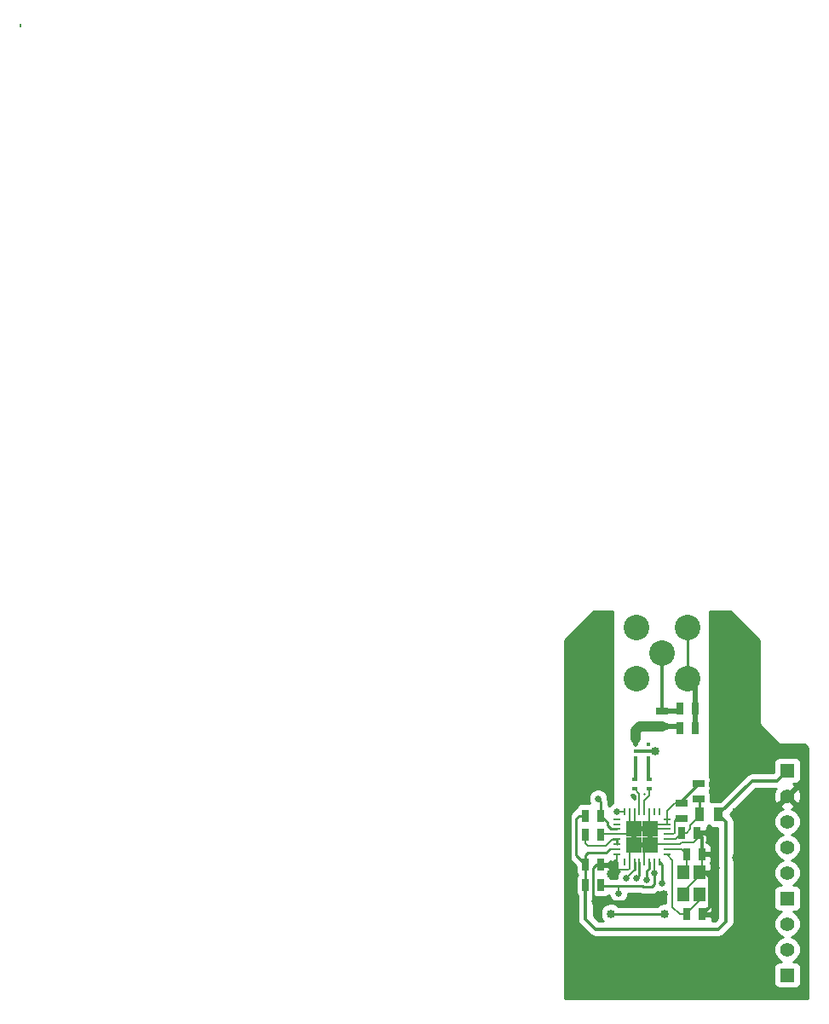
<source format=gtl>
G04 (created by PCBNEW (2013-07-24 BZR 4024)-stable) date Mon 03 Mar 2014 03:49:26 PM NZDT*
%MOIN*%
G04 Gerber Fmt 3.4, Leading zero omitted, Abs format*
%FSLAX34Y34*%
G01*
G70*
G90*
G04 APERTURE LIST*
%ADD10C,0.00590551*%
%ADD11R,0.0236X0.0157*%
%ADD12R,0.00590551X0.00590551*%
%ADD13R,0.035X0.055*%
%ADD14R,0.025X0.045*%
%ADD15R,0.045X0.025*%
%ADD16C,0.1*%
%ADD17R,0.015748X0.011811*%
%ADD18R,0.03X0.01*%
%ADD19R,0.01X0.03*%
%ADD20R,0.0629921X0.0629921*%
%ADD21R,0.0472441X0.0551181*%
%ADD22R,0.055X0.055*%
%ADD23C,0.055*%
%ADD24C,0.0334646*%
%ADD25C,0.0255906*%
%ADD26C,0.019685*%
%ADD27C,0.0137795*%
%ADD28C,0.00787402*%
%ADD29C,0.0393701*%
%ADD30C,0.00984252*%
%ADD31C,0.01*%
G04 APERTURE END LIST*
G54D10*
G54D11*
X24606Y-29802D03*
X24606Y-29448D03*
G54D12*
X0Y0D03*
X0Y59D03*
G54D13*
X27304Y-30826D03*
X26554Y-30826D03*
G54D14*
X22101Y-31614D03*
X22701Y-31614D03*
X25881Y-31535D03*
X26481Y-31535D03*
G54D15*
X25866Y-30969D03*
X25866Y-30369D03*
G54D14*
X26077Y-34724D03*
X26677Y-34724D03*
X26060Y-32380D03*
X26660Y-32380D03*
X25782Y-27460D03*
X26382Y-27460D03*
X22101Y-32795D03*
X22701Y-32795D03*
G54D15*
X25098Y-27366D03*
X25098Y-26766D03*
G54D14*
X22101Y-30866D03*
X22701Y-30866D03*
X22101Y-33582D03*
X22701Y-33582D03*
G54D11*
X24015Y-29802D03*
X24015Y-29448D03*
G54D14*
X25782Y-26673D03*
X26382Y-26673D03*
G54D16*
X25100Y-24500D03*
X26100Y-23500D03*
X24100Y-23500D03*
X24100Y-25500D03*
X26100Y-25500D03*
G54D17*
X24557Y-28602D03*
X24557Y-28346D03*
X24557Y-28090D03*
X24064Y-28602D03*
X24064Y-28346D03*
X24064Y-28090D03*
G54D18*
X25295Y-31200D03*
X25295Y-31397D03*
X25295Y-31594D03*
X25295Y-31003D03*
G54D19*
X25000Y-30708D03*
X24803Y-30708D03*
X24606Y-30708D03*
X24409Y-30708D03*
X24213Y-30708D03*
X24016Y-30708D03*
X23819Y-30708D03*
X23622Y-30708D03*
G54D18*
X23327Y-32381D03*
X23327Y-31003D03*
X23327Y-31200D03*
X23327Y-31397D03*
X23327Y-31594D03*
X23327Y-31790D03*
X23327Y-31987D03*
X23327Y-32184D03*
G54D19*
X23622Y-32676D03*
X23819Y-32676D03*
X24016Y-32676D03*
X24213Y-32676D03*
X24409Y-32676D03*
X24606Y-32676D03*
X24803Y-32676D03*
X25000Y-32676D03*
G54D18*
X25295Y-32381D03*
X25295Y-32184D03*
X25295Y-31987D03*
X25295Y-31790D03*
G54D20*
X24625Y-31377D03*
X24625Y-32007D03*
X23996Y-31377D03*
X23996Y-32007D03*
G54D15*
X26535Y-30221D03*
X26535Y-29621D03*
G54D21*
X25925Y-33096D03*
X25925Y-33963D03*
X26554Y-33096D03*
X26554Y-33963D03*
G54D22*
X30000Y-34100D03*
G54D23*
X30000Y-33100D03*
X30000Y-32100D03*
X30000Y-31100D03*
G54D22*
X30000Y-29100D03*
G54D23*
X30000Y-30100D03*
G54D22*
X30000Y-37100D03*
G54D23*
X30000Y-36100D03*
X30000Y-35100D03*
G54D24*
X25200Y-34700D03*
X23100Y-34700D03*
G54D25*
X25100Y-33500D03*
X24094Y-33307D03*
X24488Y-33385D03*
X23400Y-33900D03*
X24803Y-33110D03*
X23346Y-30708D03*
X23700Y-33307D03*
X22600Y-30200D03*
G54D24*
X22900Y-28000D03*
X22900Y-27000D03*
X22900Y-26000D03*
X22900Y-25000D03*
X22900Y-24000D03*
X22900Y-23100D03*
X22900Y-29000D03*
X30600Y-31600D03*
X30600Y-34700D03*
X30600Y-37700D03*
X27600Y-37700D03*
X24600Y-37700D03*
X21600Y-37700D03*
X21600Y-35500D03*
X21500Y-30400D03*
X21500Y-29000D03*
X21500Y-28000D03*
X21500Y-27000D03*
X21500Y-26000D03*
X21500Y-25000D03*
X21500Y-24000D03*
X28000Y-30700D03*
X28000Y-32500D03*
X27200Y-24000D03*
X27200Y-23100D03*
X27900Y-23200D03*
X28800Y-24100D03*
X27200Y-29000D03*
X27200Y-28000D03*
X27200Y-27000D03*
X27200Y-26000D03*
X27200Y-25000D03*
X28800Y-25000D03*
X28800Y-26000D03*
X28800Y-27000D03*
X28800Y-28000D03*
X28000Y-29000D03*
X27200Y-32900D03*
X30600Y-28300D03*
X25157Y-33937D03*
X23110Y-33149D03*
X22496Y-34224D03*
X24842Y-28346D03*
G54D26*
X25098Y-26766D02*
X25688Y-26766D01*
X25688Y-26766D02*
X25782Y-26673D01*
G54D27*
X25098Y-26766D02*
X25098Y-24501D01*
X25098Y-24501D02*
X25100Y-24500D01*
G54D28*
X24606Y-30078D02*
X24606Y-29802D01*
X24409Y-30276D02*
X24606Y-30078D01*
X24409Y-30708D02*
X24409Y-30276D01*
G54D27*
X24557Y-28602D02*
X24557Y-29399D01*
X24557Y-29399D02*
X24606Y-29448D01*
G54D28*
X24213Y-30708D02*
X24213Y-30000D01*
X24213Y-30000D02*
X24015Y-29802D01*
G54D27*
X24064Y-28602D02*
X24064Y-29399D01*
X24064Y-29399D02*
X24015Y-29448D01*
G54D29*
X25098Y-27366D02*
X24233Y-27366D01*
X24050Y-27550D02*
X24050Y-27850D01*
G54D26*
X24050Y-27850D02*
X24050Y-28065D01*
G54D29*
X24233Y-27366D02*
X24050Y-27550D01*
G54D26*
X25098Y-27366D02*
X25688Y-27366D01*
X25688Y-27366D02*
X25782Y-27460D01*
G54D30*
X25200Y-34700D02*
X23100Y-34700D01*
X25100Y-32776D02*
X25000Y-32676D01*
X25100Y-32776D02*
X25100Y-33500D01*
X24094Y-33307D02*
X24212Y-33188D01*
X24212Y-32677D02*
X24212Y-33188D01*
X24488Y-33385D02*
X24488Y-33031D01*
X24488Y-33031D02*
X24606Y-32913D01*
X24606Y-32677D02*
X24606Y-32913D01*
G54D28*
X26077Y-34724D02*
X25787Y-34724D01*
X25511Y-32598D02*
X25295Y-32381D01*
X25511Y-34448D02*
X25511Y-32598D01*
X25787Y-34724D02*
X25511Y-34448D01*
X26077Y-34724D02*
X26077Y-34670D01*
X26554Y-34193D02*
X26554Y-33963D01*
X26077Y-34670D02*
X26554Y-34193D01*
G54D27*
X26696Y-33963D02*
X26554Y-33963D01*
G54D30*
X23326Y-31988D02*
X23326Y-31791D01*
G54D28*
X23169Y-31791D02*
X22913Y-32047D01*
X22913Y-32047D02*
X22204Y-32047D01*
X22204Y-32047D02*
X22101Y-31944D01*
X22101Y-31944D02*
X22101Y-31614D01*
G54D30*
X23326Y-31791D02*
X23169Y-31791D01*
G54D28*
X26060Y-32380D02*
X26060Y-32961D01*
X26060Y-32961D02*
X25925Y-33096D01*
X25295Y-32184D02*
X25864Y-32184D01*
X25864Y-32184D02*
X26060Y-32380D01*
X25295Y-31594D02*
X25531Y-31594D01*
X25684Y-30969D02*
X25866Y-30969D01*
X25590Y-31062D02*
X25684Y-30969D01*
X25590Y-31535D02*
X25590Y-31062D01*
X25531Y-31594D02*
X25590Y-31535D01*
G54D30*
X26554Y-30826D02*
X26554Y-30239D01*
G54D27*
X26554Y-30239D02*
X26535Y-30221D01*
G54D30*
X26554Y-30239D02*
X26535Y-30221D01*
G54D28*
X26554Y-30193D02*
X26589Y-30157D01*
X26200Y-31240D02*
X26554Y-30886D01*
X26200Y-31397D02*
X26200Y-31240D01*
X25881Y-31535D02*
X26062Y-31535D01*
X26062Y-31535D02*
X26200Y-31397D01*
X25295Y-31790D02*
X25625Y-31790D01*
X25625Y-31790D02*
X25881Y-31535D01*
X25881Y-31638D02*
X25881Y-31456D01*
G54D10*
X23400Y-33622D02*
X23400Y-33900D01*
G54D30*
X22701Y-33582D02*
X22740Y-33622D01*
X22740Y-33622D02*
X23400Y-33622D01*
X23400Y-33622D02*
X24291Y-33622D01*
X24291Y-33622D02*
X24330Y-33622D01*
X24330Y-33622D02*
X24370Y-33661D01*
X24370Y-33661D02*
X24685Y-33661D01*
X24685Y-33661D02*
X24803Y-33543D01*
X24803Y-33543D02*
X24803Y-33110D01*
G54D10*
X24803Y-32677D02*
X24803Y-33110D01*
X23622Y-30708D02*
X23346Y-30708D01*
G54D30*
X24015Y-32677D02*
X24015Y-32992D01*
G54D10*
X23700Y-33307D02*
X24015Y-32992D01*
G54D30*
X22701Y-30866D02*
X22701Y-30301D01*
X22701Y-30301D02*
X22600Y-30200D01*
G54D10*
X22716Y-30851D02*
X22701Y-30866D01*
G54D30*
X23326Y-31397D02*
X23090Y-31397D01*
X23090Y-31397D02*
X22952Y-31259D01*
X22952Y-31259D02*
X22952Y-31117D01*
X22952Y-31117D02*
X22701Y-30866D01*
G54D27*
X27600Y-35000D02*
X27600Y-31300D01*
X27600Y-31122D02*
X27304Y-30826D01*
X27600Y-31300D02*
X27600Y-31122D01*
X27304Y-30826D02*
X28630Y-29500D01*
X28630Y-29500D02*
X29600Y-29500D01*
X29600Y-29500D02*
X30000Y-29100D01*
X27600Y-35000D02*
X27600Y-35000D01*
X27300Y-35300D02*
X27600Y-35000D01*
X22101Y-34901D02*
X22500Y-35300D01*
X22101Y-33582D02*
X22101Y-34901D01*
X22500Y-35300D02*
X27300Y-35300D01*
G54D30*
X22101Y-32795D02*
X22101Y-33582D01*
X22101Y-33582D02*
X22125Y-33607D01*
X22101Y-32795D02*
X21732Y-32425D01*
X21850Y-30866D02*
X22101Y-30866D01*
X21732Y-30984D02*
X21850Y-30866D01*
X21732Y-32425D02*
X21732Y-30984D01*
G54D28*
X23326Y-32185D02*
X23051Y-32185D01*
G54D30*
X23051Y-32185D02*
X22913Y-32322D01*
X22913Y-32322D02*
X22204Y-32322D01*
X22204Y-32322D02*
X22101Y-32425D01*
X22101Y-32425D02*
X22101Y-32795D01*
X22900Y-23100D02*
X22900Y-24000D01*
X22900Y-27000D02*
X22900Y-28000D01*
X22900Y-25000D02*
X22900Y-26000D01*
X30600Y-31600D02*
X30600Y-34700D01*
X30600Y-37700D02*
X27600Y-37700D01*
X24600Y-37700D02*
X21600Y-37700D01*
X21600Y-35500D02*
X21500Y-35400D01*
X21500Y-35400D02*
X21500Y-30400D01*
X21500Y-29000D02*
X21500Y-28000D01*
X21500Y-27000D02*
X21500Y-26000D01*
X21500Y-25000D02*
X21500Y-24000D01*
G54D27*
X28800Y-25000D02*
X28800Y-24100D01*
X27200Y-24000D02*
X27200Y-25000D01*
X27900Y-23200D02*
X27200Y-23100D01*
X27200Y-29000D02*
X27200Y-28000D01*
X27200Y-27000D02*
X27200Y-26000D01*
X28800Y-26000D02*
X28800Y-27000D01*
X28800Y-28000D02*
X28000Y-29000D01*
X26968Y-33267D02*
X27200Y-33036D01*
X27200Y-33036D02*
X27200Y-32900D01*
X27200Y-32900D02*
X27200Y-32900D01*
X26677Y-34724D02*
X26968Y-34433D01*
X26797Y-33096D02*
X26554Y-33096D01*
X26968Y-33267D02*
X26797Y-33096D01*
X26968Y-33307D02*
X26968Y-33267D01*
X26968Y-34433D02*
X26968Y-33900D01*
X26968Y-33900D02*
X26968Y-33307D01*
G54D28*
X26660Y-32380D02*
X26660Y-32991D01*
X26660Y-32991D02*
X26554Y-33096D01*
X25925Y-33963D02*
X25925Y-33838D01*
X25925Y-33838D02*
X26554Y-33208D01*
X26554Y-33208D02*
X26554Y-33096D01*
G54D30*
X25145Y-33948D02*
X25157Y-33937D01*
X25145Y-33948D02*
X24881Y-34212D01*
X24881Y-34212D02*
X22496Y-34224D01*
X25866Y-30369D02*
X25866Y-30290D01*
X25866Y-30290D02*
X26535Y-29621D01*
G54D28*
X25866Y-30369D02*
X25866Y-30333D01*
X22701Y-32795D02*
X23228Y-32795D01*
X23228Y-32795D02*
X23327Y-32696D01*
X23326Y-32933D02*
X23327Y-32933D01*
X23110Y-33149D02*
X23326Y-32933D01*
X25295Y-31003D02*
X25295Y-30689D01*
X25614Y-30369D02*
X25866Y-30369D01*
X25295Y-30689D02*
X25614Y-30369D01*
G54D27*
X26660Y-32380D02*
X26660Y-31714D01*
X26660Y-31714D02*
X26481Y-31535D01*
G54D28*
X25295Y-31987D02*
X25807Y-31987D01*
X25807Y-31987D02*
X25866Y-31929D01*
X25866Y-31929D02*
X26338Y-31929D01*
X26338Y-31929D02*
X26481Y-31786D01*
X26481Y-31786D02*
X26481Y-31535D01*
X23996Y-32007D02*
X23996Y-31377D01*
X24625Y-32007D02*
X24625Y-31377D01*
X23996Y-32007D02*
X24625Y-32007D01*
X23819Y-32676D02*
X23819Y-32184D01*
X23819Y-32184D02*
X23996Y-32007D01*
X24409Y-32676D02*
X24409Y-32224D01*
X24409Y-32224D02*
X24625Y-32007D01*
X25295Y-31987D02*
X24645Y-31987D01*
X24645Y-31987D02*
X24625Y-32007D01*
X22409Y-34224D02*
X22401Y-34216D01*
X22409Y-34224D02*
X22496Y-34224D01*
G54D27*
X24842Y-28346D02*
X24557Y-28346D01*
G54D28*
X23819Y-30708D02*
X23819Y-31200D01*
X23819Y-31200D02*
X23996Y-31377D01*
G54D10*
X23819Y-32676D02*
X23819Y-32952D01*
X23385Y-32992D02*
X23327Y-32933D01*
X23779Y-32992D02*
X23385Y-32992D01*
X23819Y-32952D02*
X23779Y-32992D01*
X23327Y-32933D02*
X23327Y-32696D01*
X23327Y-32696D02*
X23327Y-32381D01*
G54D28*
X23326Y-31594D02*
X23779Y-31594D01*
X23779Y-31594D02*
X23996Y-31377D01*
X23326Y-31594D02*
X22721Y-31594D01*
X22721Y-31594D02*
X22701Y-31614D01*
X24015Y-30708D02*
X24015Y-31358D01*
G54D10*
X24015Y-31358D02*
X23996Y-31377D01*
G54D28*
X24606Y-30708D02*
X24606Y-31358D01*
X24606Y-31358D02*
X24625Y-31377D01*
X25295Y-31200D02*
X24803Y-31200D01*
X24803Y-31200D02*
X24625Y-31377D01*
X25295Y-31003D02*
X25295Y-31200D01*
X25295Y-31397D02*
X24645Y-31397D01*
X24645Y-31397D02*
X24625Y-31377D01*
G54D30*
X22519Y-32795D02*
X22701Y-32795D01*
X22401Y-32913D02*
X22519Y-32795D01*
X22401Y-34216D02*
X22401Y-32913D01*
G54D10*
X23326Y-32381D02*
X23272Y-32381D01*
G54D26*
X26382Y-26673D02*
X26382Y-25782D01*
X26382Y-25782D02*
X26100Y-25500D01*
G54D30*
X26100Y-25500D02*
X26100Y-23500D01*
G54D27*
X24064Y-28346D02*
X24557Y-28346D01*
G54D26*
X26382Y-27460D02*
X26382Y-26673D01*
G54D10*
G36*
X24023Y-30202D02*
X23900Y-30079D01*
X23900Y-30031D01*
X23927Y-30031D01*
X23976Y-30031D01*
X24023Y-30078D01*
X24023Y-30202D01*
X24023Y-30202D01*
G37*
G54D31*
X24023Y-30202D02*
X23900Y-30079D01*
X23900Y-30031D01*
X23927Y-30031D01*
X23976Y-30031D01*
X24023Y-30078D01*
X24023Y-30202D01*
G54D10*
G36*
X24407Y-30010D02*
X24402Y-30014D01*
X24402Y-30007D01*
X24403Y-30008D01*
X24407Y-30010D01*
X24407Y-30010D01*
G37*
G54D31*
X24407Y-30010D02*
X24402Y-30014D01*
X24402Y-30007D01*
X24403Y-30008D01*
X24407Y-30010D01*
G54D10*
G36*
X22759Y-31664D02*
X22751Y-31664D01*
X22751Y-31672D01*
X22651Y-31672D01*
X22651Y-31664D01*
X22643Y-31664D01*
X22643Y-31564D01*
X22651Y-31564D01*
X22651Y-31556D01*
X22751Y-31556D01*
X22751Y-31564D01*
X22759Y-31564D01*
X22759Y-31664D01*
X22759Y-31664D01*
G37*
G54D31*
X22759Y-31664D02*
X22751Y-31664D01*
X22751Y-31672D01*
X22651Y-31672D01*
X22651Y-31664D01*
X22643Y-31664D01*
X22643Y-31564D01*
X22651Y-31564D01*
X22651Y-31556D01*
X22751Y-31556D01*
X22751Y-31564D01*
X22759Y-31564D01*
X22759Y-31664D01*
G54D10*
G36*
X23433Y-33040D02*
X23380Y-33092D01*
X23322Y-33231D01*
X23322Y-33322D01*
X23076Y-33322D01*
X23076Y-33308D01*
X23038Y-33216D01*
X23011Y-33188D01*
X23038Y-33162D01*
X23076Y-33070D01*
X23076Y-32970D01*
X23076Y-32907D01*
X23014Y-32845D01*
X22751Y-32845D01*
X22751Y-32853D01*
X22651Y-32853D01*
X22651Y-32845D01*
X22643Y-32845D01*
X22643Y-32745D01*
X22651Y-32745D01*
X22651Y-32737D01*
X22751Y-32737D01*
X22751Y-32745D01*
X23014Y-32745D01*
X23076Y-32682D01*
X23076Y-32660D01*
X23127Y-32681D01*
X23226Y-32681D01*
X23214Y-32681D01*
X23277Y-32619D01*
X23277Y-32681D01*
X23321Y-32681D01*
X23321Y-32876D01*
X23359Y-32968D01*
X23430Y-33038D01*
X23433Y-33040D01*
X23433Y-33040D01*
G37*
G54D31*
X23433Y-33040D02*
X23380Y-33092D01*
X23322Y-33231D01*
X23322Y-33322D01*
X23076Y-33322D01*
X23076Y-33308D01*
X23038Y-33216D01*
X23011Y-33188D01*
X23038Y-33162D01*
X23076Y-33070D01*
X23076Y-32970D01*
X23076Y-32907D01*
X23014Y-32845D01*
X22751Y-32845D01*
X22751Y-32853D01*
X22651Y-32853D01*
X22651Y-32845D01*
X22643Y-32845D01*
X22643Y-32745D01*
X22651Y-32745D01*
X22651Y-32737D01*
X22751Y-32737D01*
X22751Y-32745D01*
X23014Y-32745D01*
X23076Y-32682D01*
X23076Y-32660D01*
X23127Y-32681D01*
X23226Y-32681D01*
X23214Y-32681D01*
X23277Y-32619D01*
X23277Y-32681D01*
X23321Y-32681D01*
X23321Y-32876D01*
X23359Y-32968D01*
X23430Y-33038D01*
X23433Y-33040D01*
G54D10*
G36*
X24683Y-32057D02*
X24675Y-32057D01*
X24675Y-32065D01*
X24575Y-32065D01*
X24575Y-32057D01*
X24575Y-31957D01*
X24575Y-31880D01*
X24575Y-31505D01*
X24575Y-31427D01*
X24498Y-31427D01*
X24123Y-31427D01*
X24046Y-31427D01*
X24046Y-31505D01*
X24046Y-31880D01*
X24046Y-31957D01*
X24123Y-31957D01*
X24498Y-31957D01*
X24575Y-31957D01*
X24575Y-32057D01*
X24498Y-32057D01*
X24123Y-32057D01*
X24046Y-32057D01*
X24046Y-32065D01*
X23946Y-32065D01*
X23946Y-32057D01*
X23938Y-32057D01*
X23938Y-31957D01*
X23946Y-31957D01*
X23946Y-31880D01*
X23946Y-31505D01*
X23946Y-31427D01*
X23938Y-31427D01*
X23938Y-31327D01*
X23946Y-31327D01*
X23946Y-31320D01*
X24046Y-31320D01*
X24046Y-31327D01*
X24123Y-31327D01*
X24498Y-31327D01*
X24575Y-31327D01*
X24575Y-31320D01*
X24675Y-31320D01*
X24675Y-31327D01*
X24683Y-31327D01*
X24683Y-31427D01*
X24675Y-31427D01*
X24675Y-31505D01*
X24675Y-31880D01*
X24675Y-31957D01*
X24683Y-31957D01*
X24683Y-32057D01*
X24683Y-32057D01*
G37*
G54D31*
X24683Y-32057D02*
X24675Y-32057D01*
X24675Y-32065D01*
X24575Y-32065D01*
X24575Y-32057D01*
X24575Y-31957D01*
X24575Y-31880D01*
X24575Y-31505D01*
X24575Y-31427D01*
X24498Y-31427D01*
X24123Y-31427D01*
X24046Y-31427D01*
X24046Y-31505D01*
X24046Y-31880D01*
X24046Y-31957D01*
X24123Y-31957D01*
X24498Y-31957D01*
X24575Y-31957D01*
X24575Y-32057D01*
X24498Y-32057D01*
X24123Y-32057D01*
X24046Y-32057D01*
X24046Y-32065D01*
X23946Y-32065D01*
X23946Y-32057D01*
X23938Y-32057D01*
X23938Y-31957D01*
X23946Y-31957D01*
X23946Y-31880D01*
X23946Y-31505D01*
X23946Y-31427D01*
X23938Y-31427D01*
X23938Y-31327D01*
X23946Y-31327D01*
X23946Y-31320D01*
X24046Y-31320D01*
X24046Y-31327D01*
X24123Y-31327D01*
X24498Y-31327D01*
X24575Y-31327D01*
X24575Y-31320D01*
X24675Y-31320D01*
X24675Y-31327D01*
X24683Y-31327D01*
X24683Y-31427D01*
X24675Y-31427D01*
X24675Y-31505D01*
X24675Y-31880D01*
X24675Y-31957D01*
X24683Y-31957D01*
X24683Y-32057D01*
G54D10*
G36*
X25222Y-34282D02*
X25117Y-34282D01*
X24963Y-34346D01*
X24909Y-34400D01*
X23390Y-34400D01*
X23336Y-34346D01*
X23183Y-34282D01*
X23017Y-34282D01*
X22863Y-34346D01*
X22746Y-34463D01*
X22682Y-34616D01*
X22682Y-34782D01*
X22746Y-34936D01*
X22790Y-34981D01*
X22632Y-34981D01*
X22420Y-34769D01*
X22420Y-34005D01*
X22434Y-34019D01*
X22526Y-34057D01*
X22626Y-34057D01*
X22876Y-34057D01*
X22968Y-34019D01*
X23021Y-33965D01*
X23021Y-33974D01*
X23079Y-34113D01*
X23185Y-34220D01*
X23324Y-34277D01*
X23474Y-34278D01*
X23613Y-34220D01*
X23720Y-34114D01*
X23777Y-33975D01*
X23777Y-33921D01*
X24230Y-33921D01*
X24255Y-33937D01*
X24255Y-33937D01*
X24370Y-33960D01*
X24685Y-33960D01*
X24799Y-33937D01*
X24896Y-33872D01*
X24930Y-33838D01*
X25024Y-33877D01*
X25174Y-33878D01*
X25222Y-33858D01*
X25222Y-34282D01*
X25222Y-34282D01*
G37*
G54D31*
X25222Y-34282D02*
X25117Y-34282D01*
X24963Y-34346D01*
X24909Y-34400D01*
X23390Y-34400D01*
X23336Y-34346D01*
X23183Y-34282D01*
X23017Y-34282D01*
X22863Y-34346D01*
X22746Y-34463D01*
X22682Y-34616D01*
X22682Y-34782D01*
X22746Y-34936D01*
X22790Y-34981D01*
X22632Y-34981D01*
X22420Y-34769D01*
X22420Y-34005D01*
X22434Y-34019D01*
X22526Y-34057D01*
X22626Y-34057D01*
X22876Y-34057D01*
X22968Y-34019D01*
X23021Y-33965D01*
X23021Y-33974D01*
X23079Y-34113D01*
X23185Y-34220D01*
X23324Y-34277D01*
X23474Y-34278D01*
X23613Y-34220D01*
X23720Y-34114D01*
X23777Y-33975D01*
X23777Y-33921D01*
X24230Y-33921D01*
X24255Y-33937D01*
X24255Y-33937D01*
X24370Y-33960D01*
X24685Y-33960D01*
X24799Y-33937D01*
X24896Y-33872D01*
X24930Y-33838D01*
X25024Y-33877D01*
X25174Y-33878D01*
X25222Y-33858D01*
X25222Y-34282D01*
G54D10*
G36*
X25982Y-34013D02*
X25975Y-34013D01*
X25975Y-34020D01*
X25875Y-34020D01*
X25875Y-34013D01*
X25867Y-34013D01*
X25867Y-33913D01*
X25875Y-33913D01*
X25875Y-33905D01*
X25975Y-33905D01*
X25975Y-33913D01*
X25982Y-33913D01*
X25982Y-34013D01*
X25982Y-34013D01*
G37*
G54D31*
X25982Y-34013D02*
X25975Y-34013D01*
X25975Y-34020D01*
X25875Y-34020D01*
X25875Y-34013D01*
X25867Y-34013D01*
X25867Y-33913D01*
X25875Y-33913D01*
X25875Y-33905D01*
X25975Y-33905D01*
X25975Y-33913D01*
X25982Y-33913D01*
X25982Y-34013D01*
G54D10*
G36*
X27281Y-34867D02*
X27167Y-34981D01*
X27052Y-34981D01*
X27052Y-34899D01*
X27052Y-34836D01*
X26990Y-34774D01*
X26727Y-34774D01*
X26727Y-34782D01*
X26627Y-34782D01*
X26627Y-34774D01*
X26620Y-34774D01*
X26620Y-34674D01*
X26627Y-34674D01*
X26627Y-34666D01*
X26727Y-34666D01*
X26727Y-34674D01*
X26990Y-34674D01*
X27052Y-34611D01*
X27052Y-34548D01*
X27052Y-34449D01*
X27014Y-34357D01*
X27013Y-34355D01*
X27041Y-34288D01*
X27041Y-34189D01*
X27041Y-33637D01*
X27003Y-33546D01*
X26987Y-33530D01*
X27003Y-33513D01*
X27041Y-33422D01*
X27041Y-33209D01*
X26978Y-33146D01*
X26604Y-33146D01*
X26604Y-33154D01*
X26504Y-33154D01*
X26504Y-33146D01*
X26497Y-33146D01*
X26497Y-33046D01*
X26504Y-33046D01*
X26504Y-33039D01*
X26604Y-33039D01*
X26604Y-33046D01*
X26978Y-33046D01*
X27041Y-32984D01*
X27041Y-32771D01*
X27013Y-32705D01*
X27034Y-32654D01*
X27035Y-32555D01*
X27035Y-32492D01*
X26972Y-32430D01*
X26710Y-32430D01*
X26710Y-32437D01*
X26610Y-32437D01*
X26610Y-32430D01*
X26602Y-32430D01*
X26602Y-32330D01*
X26610Y-32330D01*
X26610Y-32322D01*
X26710Y-32322D01*
X26710Y-32330D01*
X26972Y-32330D01*
X27035Y-32267D01*
X27035Y-32204D01*
X27034Y-32105D01*
X26996Y-32013D01*
X26926Y-31942D01*
X26834Y-31904D01*
X26815Y-31904D01*
X26817Y-31902D01*
X26856Y-31810D01*
X26856Y-31710D01*
X26856Y-31647D01*
X26793Y-31585D01*
X26531Y-31585D01*
X26531Y-31593D01*
X26431Y-31593D01*
X26431Y-31585D01*
X26423Y-31585D01*
X26423Y-31575D01*
X26447Y-31539D01*
X26468Y-31508D01*
X26468Y-31508D01*
X26474Y-31477D01*
X26531Y-31477D01*
X26531Y-31485D01*
X26793Y-31485D01*
X26856Y-31422D01*
X26856Y-31359D01*
X26856Y-31319D01*
X26870Y-31313D01*
X26929Y-31255D01*
X26987Y-31313D01*
X27079Y-31351D01*
X27178Y-31351D01*
X27281Y-31351D01*
X27281Y-34867D01*
X27281Y-34867D01*
G37*
G54D31*
X27281Y-34867D02*
X27167Y-34981D01*
X27052Y-34981D01*
X27052Y-34899D01*
X27052Y-34836D01*
X26990Y-34774D01*
X26727Y-34774D01*
X26727Y-34782D01*
X26627Y-34782D01*
X26627Y-34774D01*
X26620Y-34774D01*
X26620Y-34674D01*
X26627Y-34674D01*
X26627Y-34666D01*
X26727Y-34666D01*
X26727Y-34674D01*
X26990Y-34674D01*
X27052Y-34611D01*
X27052Y-34548D01*
X27052Y-34449D01*
X27014Y-34357D01*
X27013Y-34355D01*
X27041Y-34288D01*
X27041Y-34189D01*
X27041Y-33637D01*
X27003Y-33546D01*
X26987Y-33530D01*
X27003Y-33513D01*
X27041Y-33422D01*
X27041Y-33209D01*
X26978Y-33146D01*
X26604Y-33146D01*
X26604Y-33154D01*
X26504Y-33154D01*
X26504Y-33146D01*
X26497Y-33146D01*
X26497Y-33046D01*
X26504Y-33046D01*
X26504Y-33039D01*
X26604Y-33039D01*
X26604Y-33046D01*
X26978Y-33046D01*
X27041Y-32984D01*
X27041Y-32771D01*
X27013Y-32705D01*
X27034Y-32654D01*
X27035Y-32555D01*
X27035Y-32492D01*
X26972Y-32430D01*
X26710Y-32430D01*
X26710Y-32437D01*
X26610Y-32437D01*
X26610Y-32430D01*
X26602Y-32430D01*
X26602Y-32330D01*
X26610Y-32330D01*
X26610Y-32322D01*
X26710Y-32322D01*
X26710Y-32330D01*
X26972Y-32330D01*
X27035Y-32267D01*
X27035Y-32204D01*
X27034Y-32105D01*
X26996Y-32013D01*
X26926Y-31942D01*
X26834Y-31904D01*
X26815Y-31904D01*
X26817Y-31902D01*
X26856Y-31810D01*
X26856Y-31710D01*
X26856Y-31647D01*
X26793Y-31585D01*
X26531Y-31585D01*
X26531Y-31593D01*
X26431Y-31593D01*
X26431Y-31585D01*
X26423Y-31585D01*
X26423Y-31575D01*
X26447Y-31539D01*
X26468Y-31508D01*
X26468Y-31508D01*
X26474Y-31477D01*
X26531Y-31477D01*
X26531Y-31485D01*
X26793Y-31485D01*
X26856Y-31422D01*
X26856Y-31359D01*
X26856Y-31319D01*
X26870Y-31313D01*
X26929Y-31255D01*
X26987Y-31313D01*
X27079Y-31351D01*
X27178Y-31351D01*
X27281Y-31351D01*
X27281Y-34867D01*
G54D10*
G36*
X30810Y-38010D02*
X30529Y-38010D01*
X30529Y-30175D01*
X30518Y-29967D01*
X30460Y-29827D01*
X30367Y-29802D01*
X30070Y-30100D01*
X30367Y-30397D01*
X30460Y-30372D01*
X30529Y-30175D01*
X30529Y-38010D01*
X30525Y-38010D01*
X30525Y-35996D01*
X30445Y-35803D01*
X30297Y-35655D01*
X30164Y-35599D01*
X30297Y-35545D01*
X30444Y-35397D01*
X30524Y-35204D01*
X30525Y-34996D01*
X30445Y-34803D01*
X30297Y-34655D01*
X30225Y-34625D01*
X30324Y-34625D01*
X30416Y-34587D01*
X30486Y-34516D01*
X30524Y-34424D01*
X30525Y-34325D01*
X30525Y-33775D01*
X30487Y-33683D01*
X30416Y-33613D01*
X30324Y-33575D01*
X30225Y-33574D01*
X30225Y-33574D01*
X30297Y-33545D01*
X30444Y-33397D01*
X30524Y-33204D01*
X30525Y-32996D01*
X30445Y-32803D01*
X30297Y-32655D01*
X30164Y-32599D01*
X30297Y-32545D01*
X30444Y-32397D01*
X30524Y-32204D01*
X30525Y-31996D01*
X30445Y-31803D01*
X30297Y-31655D01*
X30164Y-31599D01*
X30297Y-31545D01*
X30444Y-31397D01*
X30524Y-31204D01*
X30525Y-30996D01*
X30445Y-30803D01*
X30297Y-30655D01*
X30171Y-30602D01*
X30272Y-30560D01*
X30297Y-30467D01*
X30000Y-30170D01*
X29702Y-30467D01*
X29727Y-30560D01*
X29837Y-30599D01*
X29703Y-30654D01*
X29555Y-30802D01*
X29475Y-30995D01*
X29474Y-31203D01*
X29554Y-31397D01*
X29702Y-31544D01*
X29835Y-31600D01*
X29703Y-31654D01*
X29555Y-31802D01*
X29475Y-31995D01*
X29474Y-32203D01*
X29554Y-32397D01*
X29702Y-32544D01*
X29835Y-32600D01*
X29703Y-32654D01*
X29555Y-32802D01*
X29475Y-32995D01*
X29474Y-33203D01*
X29554Y-33397D01*
X29702Y-33544D01*
X29774Y-33574D01*
X29675Y-33574D01*
X29583Y-33612D01*
X29513Y-33683D01*
X29475Y-33775D01*
X29474Y-33874D01*
X29474Y-34424D01*
X29512Y-34516D01*
X29583Y-34586D01*
X29675Y-34624D01*
X29774Y-34625D01*
X29774Y-34625D01*
X29703Y-34654D01*
X29555Y-34802D01*
X29475Y-34995D01*
X29474Y-35203D01*
X29554Y-35397D01*
X29702Y-35544D01*
X29835Y-35600D01*
X29703Y-35654D01*
X29555Y-35802D01*
X29475Y-35995D01*
X29474Y-36203D01*
X29554Y-36397D01*
X29702Y-36544D01*
X29774Y-36574D01*
X29675Y-36574D01*
X29583Y-36612D01*
X29513Y-36683D01*
X29475Y-36775D01*
X29474Y-36874D01*
X29474Y-37424D01*
X29512Y-37516D01*
X29583Y-37586D01*
X29675Y-37624D01*
X29774Y-37625D01*
X30324Y-37625D01*
X30416Y-37587D01*
X30486Y-37516D01*
X30524Y-37424D01*
X30525Y-37325D01*
X30525Y-36775D01*
X30487Y-36683D01*
X30416Y-36613D01*
X30324Y-36575D01*
X30225Y-36574D01*
X30225Y-36574D01*
X30297Y-36545D01*
X30444Y-36397D01*
X30524Y-36204D01*
X30525Y-35996D01*
X30525Y-38010D01*
X21289Y-38010D01*
X21289Y-24019D01*
X22419Y-22889D01*
X23150Y-22889D01*
X23150Y-30380D01*
X23132Y-30388D01*
X23029Y-30490D01*
X23000Y-30461D01*
X23000Y-30301D01*
X22978Y-30187D01*
X22977Y-30187D01*
X22978Y-30125D01*
X22920Y-29986D01*
X22814Y-29879D01*
X22675Y-29822D01*
X22525Y-29821D01*
X22386Y-29879D01*
X22279Y-29985D01*
X22222Y-30124D01*
X22221Y-30274D01*
X22270Y-30391D01*
X22177Y-30391D01*
X21927Y-30391D01*
X21835Y-30429D01*
X21764Y-30499D01*
X21726Y-30591D01*
X21726Y-30595D01*
X21638Y-30654D01*
X21520Y-30772D01*
X21455Y-30869D01*
X21433Y-30984D01*
X21433Y-32425D01*
X21455Y-32540D01*
X21520Y-32637D01*
X21726Y-32843D01*
X21726Y-33069D01*
X21764Y-33161D01*
X21791Y-33188D01*
X21764Y-33215D01*
X21726Y-33307D01*
X21726Y-33407D01*
X21726Y-33857D01*
X21764Y-33949D01*
X21782Y-33967D01*
X21782Y-34901D01*
X21806Y-35023D01*
X21876Y-35127D01*
X22274Y-35525D01*
X22274Y-35525D01*
X22326Y-35560D01*
X22377Y-35594D01*
X22377Y-35594D01*
X22500Y-35618D01*
X27300Y-35618D01*
X27300Y-35618D01*
X27422Y-35594D01*
X27422Y-35594D01*
X27525Y-35525D01*
X27825Y-35225D01*
X27825Y-35225D01*
X27894Y-35122D01*
X27918Y-35000D01*
X27918Y-35000D01*
X27918Y-31300D01*
X27918Y-31122D01*
X27894Y-31000D01*
X27894Y-31000D01*
X27860Y-30948D01*
X27825Y-30897D01*
X27825Y-30897D01*
X27755Y-30826D01*
X28762Y-29818D01*
X29571Y-29818D01*
X29539Y-29827D01*
X29470Y-30024D01*
X29481Y-30232D01*
X29539Y-30372D01*
X29632Y-30397D01*
X29929Y-30100D01*
X29923Y-30094D01*
X29994Y-30023D01*
X30000Y-30029D01*
X30297Y-29732D01*
X30272Y-29639D01*
X30231Y-29625D01*
X30324Y-29625D01*
X30416Y-29587D01*
X30486Y-29516D01*
X30524Y-29424D01*
X30525Y-29325D01*
X30525Y-28775D01*
X30487Y-28683D01*
X30416Y-28613D01*
X30324Y-28575D01*
X30225Y-28574D01*
X29675Y-28574D01*
X29583Y-28612D01*
X29513Y-28683D01*
X29475Y-28775D01*
X29474Y-28874D01*
X29474Y-29174D01*
X29467Y-29181D01*
X28630Y-29181D01*
X28508Y-29205D01*
X28457Y-29239D01*
X28405Y-29274D01*
X27378Y-30301D01*
X27079Y-30301D01*
X27010Y-30330D01*
X27010Y-30296D01*
X27010Y-30046D01*
X26972Y-29954D01*
X26950Y-29932D01*
X26950Y-29910D01*
X26972Y-29887D01*
X27010Y-29795D01*
X27010Y-29733D01*
X26950Y-29673D01*
X26950Y-29569D01*
X27010Y-29508D01*
X27010Y-29446D01*
X26972Y-29354D01*
X26950Y-29332D01*
X26950Y-22889D01*
X27780Y-22889D01*
X28910Y-24019D01*
X28910Y-27200D01*
X28932Y-27310D01*
X28995Y-27404D01*
X29595Y-28004D01*
X29595Y-28004D01*
X29689Y-28067D01*
X29689Y-28067D01*
X29707Y-28070D01*
X29800Y-28089D01*
X29900Y-28089D01*
X30680Y-28089D01*
X30810Y-28219D01*
X30810Y-38010D01*
X30810Y-38010D01*
G37*
G54D31*
X30810Y-38010D02*
X30529Y-38010D01*
X30529Y-30175D01*
X30518Y-29967D01*
X30460Y-29827D01*
X30367Y-29802D01*
X30070Y-30100D01*
X30367Y-30397D01*
X30460Y-30372D01*
X30529Y-30175D01*
X30529Y-38010D01*
X30525Y-38010D01*
X30525Y-35996D01*
X30445Y-35803D01*
X30297Y-35655D01*
X30164Y-35599D01*
X30297Y-35545D01*
X30444Y-35397D01*
X30524Y-35204D01*
X30525Y-34996D01*
X30445Y-34803D01*
X30297Y-34655D01*
X30225Y-34625D01*
X30324Y-34625D01*
X30416Y-34587D01*
X30486Y-34516D01*
X30524Y-34424D01*
X30525Y-34325D01*
X30525Y-33775D01*
X30487Y-33683D01*
X30416Y-33613D01*
X30324Y-33575D01*
X30225Y-33574D01*
X30225Y-33574D01*
X30297Y-33545D01*
X30444Y-33397D01*
X30524Y-33204D01*
X30525Y-32996D01*
X30445Y-32803D01*
X30297Y-32655D01*
X30164Y-32599D01*
X30297Y-32545D01*
X30444Y-32397D01*
X30524Y-32204D01*
X30525Y-31996D01*
X30445Y-31803D01*
X30297Y-31655D01*
X30164Y-31599D01*
X30297Y-31545D01*
X30444Y-31397D01*
X30524Y-31204D01*
X30525Y-30996D01*
X30445Y-30803D01*
X30297Y-30655D01*
X30171Y-30602D01*
X30272Y-30560D01*
X30297Y-30467D01*
X30000Y-30170D01*
X29702Y-30467D01*
X29727Y-30560D01*
X29837Y-30599D01*
X29703Y-30654D01*
X29555Y-30802D01*
X29475Y-30995D01*
X29474Y-31203D01*
X29554Y-31397D01*
X29702Y-31544D01*
X29835Y-31600D01*
X29703Y-31654D01*
X29555Y-31802D01*
X29475Y-31995D01*
X29474Y-32203D01*
X29554Y-32397D01*
X29702Y-32544D01*
X29835Y-32600D01*
X29703Y-32654D01*
X29555Y-32802D01*
X29475Y-32995D01*
X29474Y-33203D01*
X29554Y-33397D01*
X29702Y-33544D01*
X29774Y-33574D01*
X29675Y-33574D01*
X29583Y-33612D01*
X29513Y-33683D01*
X29475Y-33775D01*
X29474Y-33874D01*
X29474Y-34424D01*
X29512Y-34516D01*
X29583Y-34586D01*
X29675Y-34624D01*
X29774Y-34625D01*
X29774Y-34625D01*
X29703Y-34654D01*
X29555Y-34802D01*
X29475Y-34995D01*
X29474Y-35203D01*
X29554Y-35397D01*
X29702Y-35544D01*
X29835Y-35600D01*
X29703Y-35654D01*
X29555Y-35802D01*
X29475Y-35995D01*
X29474Y-36203D01*
X29554Y-36397D01*
X29702Y-36544D01*
X29774Y-36574D01*
X29675Y-36574D01*
X29583Y-36612D01*
X29513Y-36683D01*
X29475Y-36775D01*
X29474Y-36874D01*
X29474Y-37424D01*
X29512Y-37516D01*
X29583Y-37586D01*
X29675Y-37624D01*
X29774Y-37625D01*
X30324Y-37625D01*
X30416Y-37587D01*
X30486Y-37516D01*
X30524Y-37424D01*
X30525Y-37325D01*
X30525Y-36775D01*
X30487Y-36683D01*
X30416Y-36613D01*
X30324Y-36575D01*
X30225Y-36574D01*
X30225Y-36574D01*
X30297Y-36545D01*
X30444Y-36397D01*
X30524Y-36204D01*
X30525Y-35996D01*
X30525Y-38010D01*
X21289Y-38010D01*
X21289Y-24019D01*
X22419Y-22889D01*
X23150Y-22889D01*
X23150Y-30380D01*
X23132Y-30388D01*
X23029Y-30490D01*
X23000Y-30461D01*
X23000Y-30301D01*
X22978Y-30187D01*
X22977Y-30187D01*
X22978Y-30125D01*
X22920Y-29986D01*
X22814Y-29879D01*
X22675Y-29822D01*
X22525Y-29821D01*
X22386Y-29879D01*
X22279Y-29985D01*
X22222Y-30124D01*
X22221Y-30274D01*
X22270Y-30391D01*
X22177Y-30391D01*
X21927Y-30391D01*
X21835Y-30429D01*
X21764Y-30499D01*
X21726Y-30591D01*
X21726Y-30595D01*
X21638Y-30654D01*
X21520Y-30772D01*
X21455Y-30869D01*
X21433Y-30984D01*
X21433Y-32425D01*
X21455Y-32540D01*
X21520Y-32637D01*
X21726Y-32843D01*
X21726Y-33069D01*
X21764Y-33161D01*
X21791Y-33188D01*
X21764Y-33215D01*
X21726Y-33307D01*
X21726Y-33407D01*
X21726Y-33857D01*
X21764Y-33949D01*
X21782Y-33967D01*
X21782Y-34901D01*
X21806Y-35023D01*
X21876Y-35127D01*
X22274Y-35525D01*
X22274Y-35525D01*
X22326Y-35560D01*
X22377Y-35594D01*
X22377Y-35594D01*
X22500Y-35618D01*
X27300Y-35618D01*
X27300Y-35618D01*
X27422Y-35594D01*
X27422Y-35594D01*
X27525Y-35525D01*
X27825Y-35225D01*
X27825Y-35225D01*
X27894Y-35122D01*
X27918Y-35000D01*
X27918Y-35000D01*
X27918Y-31300D01*
X27918Y-31122D01*
X27894Y-31000D01*
X27894Y-31000D01*
X27860Y-30948D01*
X27825Y-30897D01*
X27825Y-30897D01*
X27755Y-30826D01*
X28762Y-29818D01*
X29571Y-29818D01*
X29539Y-29827D01*
X29470Y-30024D01*
X29481Y-30232D01*
X29539Y-30372D01*
X29632Y-30397D01*
X29929Y-30100D01*
X29923Y-30094D01*
X29994Y-30023D01*
X30000Y-30029D01*
X30297Y-29732D01*
X30272Y-29639D01*
X30231Y-29625D01*
X30324Y-29625D01*
X30416Y-29587D01*
X30486Y-29516D01*
X30524Y-29424D01*
X30525Y-29325D01*
X30525Y-28775D01*
X30487Y-28683D01*
X30416Y-28613D01*
X30324Y-28575D01*
X30225Y-28574D01*
X29675Y-28574D01*
X29583Y-28612D01*
X29513Y-28683D01*
X29475Y-28775D01*
X29474Y-28874D01*
X29474Y-29174D01*
X29467Y-29181D01*
X28630Y-29181D01*
X28508Y-29205D01*
X28457Y-29239D01*
X28405Y-29274D01*
X27378Y-30301D01*
X27079Y-30301D01*
X27010Y-30330D01*
X27010Y-30296D01*
X27010Y-30046D01*
X26972Y-29954D01*
X26950Y-29932D01*
X26950Y-29910D01*
X26972Y-29887D01*
X27010Y-29795D01*
X27010Y-29733D01*
X26950Y-29673D01*
X26950Y-29569D01*
X27010Y-29508D01*
X27010Y-29446D01*
X26972Y-29354D01*
X26950Y-29332D01*
X26950Y-22889D01*
X27780Y-22889D01*
X28910Y-24019D01*
X28910Y-27200D01*
X28932Y-27310D01*
X28995Y-27404D01*
X29595Y-28004D01*
X29595Y-28004D01*
X29689Y-28067D01*
X29689Y-28067D01*
X29707Y-28070D01*
X29800Y-28089D01*
X29900Y-28089D01*
X30680Y-28089D01*
X30810Y-28219D01*
X30810Y-38010D01*
M02*

</source>
